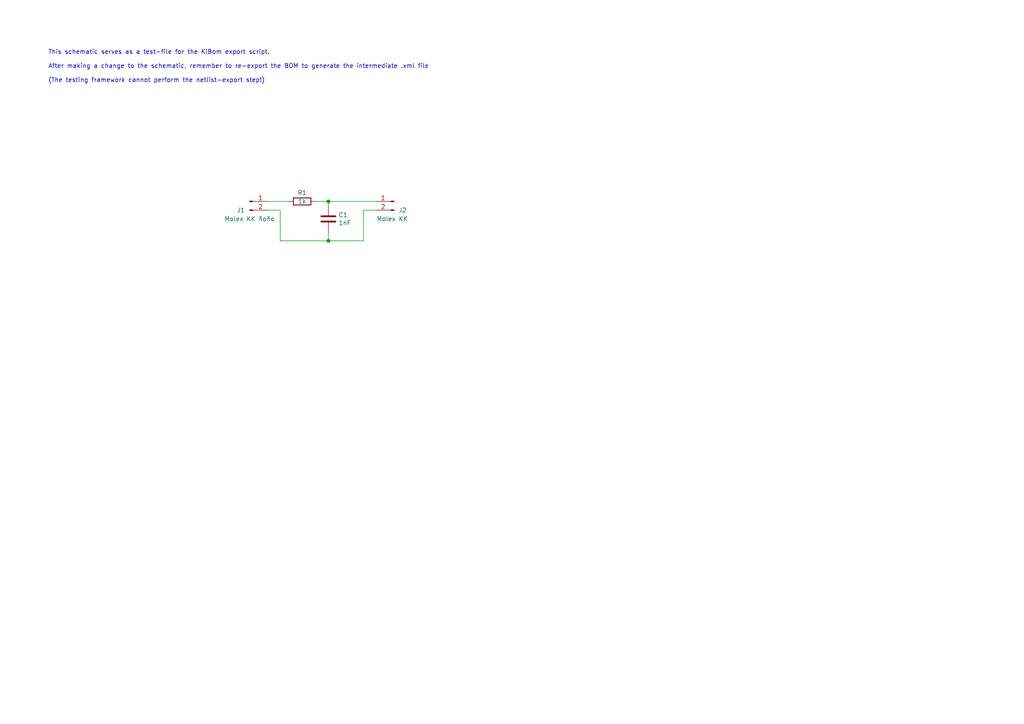
<source format=kicad_sch>
(kicad_sch (version 20230121) (generator eeschema)
  (paper "A4")
  (title_block (title "KiBom Test Schematic") (date "2020-03-12") (rev "A") (company "https://github.com/SchrodingersGat/KiBom"))
  (lib_symbols
    (symbol "Connector:Conn_01x02_Male" (pin_names (offset 1.016) hide)
      (property "Reference" "J" (at 0 2.54 0))
      (property "Value" "Conn_01x02_Male" (at 0 -5.08 0))
      (symbol "Conn_01x02_Male_1_1"
        (polyline (pts (xy 1.27 -2.54) (xy 0.8636 -2.54)) (stroke (width 0.1524)))
        (polyline (pts (xy 1.27 0) (xy 0.8636 0)) (stroke (width 0.1524)))
        (rectangle (start 0.8636 -2.413) (end 0 -2.667) (stroke (width 0.1524)) (fill (type outline)))
        (rectangle (start 0.8636 0.127) (end 0 -0.127) (stroke (width 0.1524)) (fill (type outline)))
        (pin passive line (at 5.08 0 180) (length 3.81) (name "Pin_1") (number "1"))
        (pin passive line (at 5.08 -2.54 180) (length 3.81) (name "Pin_2") (number "2"))
      )
    )
    (symbol "Device:C" (pin_numbers hide) (pin_names (offset 0.254))
      (property "Reference" "C" (at 0.635 2.54 0))
      (property "Value" "C" (at 0.635 -2.54 0))
      (symbol "C_0_1"
        (polyline (pts (xy -2.032 -0.762) (xy 2.032 -0.762)) (stroke (width 0.508)))
        (polyline (pts (xy -2.032 0.762) (xy 2.032 0.762)) (stroke (width 0.508)))
      )
      (symbol "C_1_1"
        (pin passive line (at 0 3.81 270) (length 2.794) (name "~") (number "1"))
        (pin passive line (at 0 -3.81 90) (length 2.794) (name "~") (number "2"))
      )
    )
    (symbol "Device:R" (pin_numbers hide) (pin_names (offset 0))
      (property "Reference" "R" (at 2.032 0 90))
      (property "Value" "R" (at 0 0 90))
      (symbol "R_0_1"
        (rectangle (start -1.016 -2.54) (end 1.016 2.54) (stroke (width 0.254)))
      )
      (symbol "R_1_1"
        (pin passive line (at 0 3.81 270) (length 1.27) (name "~") (number "1"))
        (pin passive line (at 0 -3.81 90) (length 1.27) (name "~") (number "2"))
      )
    )
  )
  (junction (at 95.25 58.42))
  (junction (at 95.25 69.85))
  (wire (pts (xy 77.47 58.42) (xy 83.82 58.42)))
  (wire (pts (xy 91.44 58.42) (xy 95.25 58.42)))
  (wire (pts (xy 105.41 69.85) (xy 105.41 60.96)))
  (wire (pts (xy 81.28 69.85) (xy 95.25 69.85)))
  (wire (pts (xy 95.25 59.69) (xy 95.25 58.42)))
  (wire (pts (xy 77.47 60.96) (xy 81.28 60.96)))
  (wire (pts (xy 105.41 60.96) (xy 109.22 60.96)))
  (wire (pts (xy 95.25 58.42) (xy 109.22 58.42)))
  (wire (pts (xy 81.28 60.96) (xy 81.28 69.85)))
  (wire (pts (xy 95.25 69.85) (xy 95.25 67.31)))
  (wire (pts (xy 95.25 69.85) (xy 105.41 69.85)))
  (text "This schematic serves as a test-file for the KiBom export script.\n\nAfter making a change to the schematic, remember to re-export the BOM to generate the intermediate .xml file\n\n(The testing framework cannot perform the netlist-export step!)" (at 13.97 24.13 0) (effects (font (size 1.27 1.27)) (justify left bottom)))
  (symbol (lib_id "Connector:Conn_01x02_Male") (at 72.39 58.42 0) (unit 1)
    (property "Reference" "J1" (at 69.85 60.96 0))
    (property "Value" "Molex KK ñoño" (at 72.39 63.5 0))
    (property "Footprint" "Connector_PinHeader_2.54mm:PinHeader_1x02_P2.54mm_Vertical" (effects hide))
    (property "Datasheet" "https://www.molex.com/webdocs/datasheets/pdf/en-us//0022232021_PCB_HEADERS.pdf" (effects hide))
    (property "digikey#" "900-0022232021-ND" (effects hide))
    (property "manf#" "0022232021" (effects hide))
    (property "digikey_alt#" "WM2700-ND" (effects hide))
    (property "mouser#" "538-22-23-2021" (effects hide))
    (property "mouser_alt#" "538-22-11-2022" (effects hide))
    (property "LCSC#" "C234180" (effects hide))
  )
  (symbol (lib_id "Connector:Conn_01x02_Male") (at 114.3 58.42 0) (mirror y) (unit 1)
    (property "Reference" "J2" (at 115.57 60.96 0) (effects (justify right)))
    (property "Value" "Molex KK" (at 109.22 63.5 0) (effects (justify right)))
    (property "Footprint" "Connector_PinHeader_2.54mm:PinHeader_1x02_P2.54mm_Vertical" (effects hide))
    (property "Datasheet" "https://www.molex.com/webdocs/datasheets/pdf/en-us//0022232021_PCB_HEADERS.pdf" (effects hide))
    (property "digikey#" "900-0022232021-ND" (effects hide))
    (property "manf#" "0022232021" (effects hide))
    (property "digikey_alt#" "WM2700-ND" (effects hide))
    (property "mouser#" "538-22-23-2021" (effects hide))
    (property "mouser_alt#" "538-22-11-2022" (effects hide))
    (property "LCSC#" "C234180" (effects hide))
  )
  (symbol (lib_id "Device:R") (at 87.63 58.42 270) (unit 1)
    (property "Reference" "R1" (at 87.63 55.88 90))
    (property "Value" "1k" (at 87.63 58.42 90))
    (property "Footprint" "Resistor_SMD:R_0805_2012Metric" (effects hide))
    (property "Datasheet" "https://www.bourns.com/docs/product-datasheets/CRxxxxx.pdf" (effects hide))
    (property "digikey#" "CR0805-JW-102ELFCT-ND" (effects hide))
    (property "manf#" "CR0805-JW-102ELF" (effects hide))
    (property "digikey_alt#" "CRS0805-JX-102ELFCT-ND" (effects hide))
    (property "mouser#" "652-CR0805JW-102ELF" (effects hide))
    (property "mouser_alt#" "652-CRS0805JX102ELF" (effects hide))
    (property "LCSC#" "C840623" (effects hide))
  )
  (symbol (lib_id "Device:C") (at 95.25 63.5 0) (unit 1)
    (property "Reference" "C1" (at 98.171 62.3316 0) (effects (justify left)))
    (property "Value" "1nF" (at 98.171 64.643 0) (effects (justify left)))
    (property "Footprint" "Capacitor_SMD:C_0805_2012Metric" (effects hide))
    (property "Datasheet" "https://content.kemet.com/datasheets/KEM_C1002_X7R_SMD.pdf" (effects hide))
    (property "digikey#" "399-1147-1-ND" (effects hide))
    (property "manf#" "C0805C102K5RACTU" (effects hide))
    (property "Config" "DNF" (effects hide))
    (property "digikey_alt#" "399-1149-1-ND" (effects hide))
    (property "mouser#" "80-C0805C102K5R" (effects hide))
    (property "mouser_alt#" "80-C0805C102K5R7210" (effects hide))
    (property "LCSC#" "C2167366" (effects hide))
  )
)
</source>
